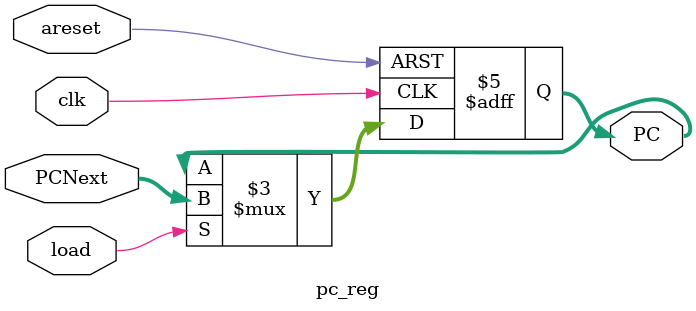
<source format=v>
module pc_reg
(
    input clk,
    input areset, 
    input load, 
    input [31:0] PCNext, 
    output reg [31:0] PC
);
    always @(posedge clk or negedge areset) 
      begin
          if (!areset) 
            begin
                PC <= 0;
                $display("PC: Reset to 0");
            end
          else if (load) 
            begin
                PC <= PCNext;
                $display("PC: %h → %h", PC, PCNext);
            end
      end
endmodule
</source>
